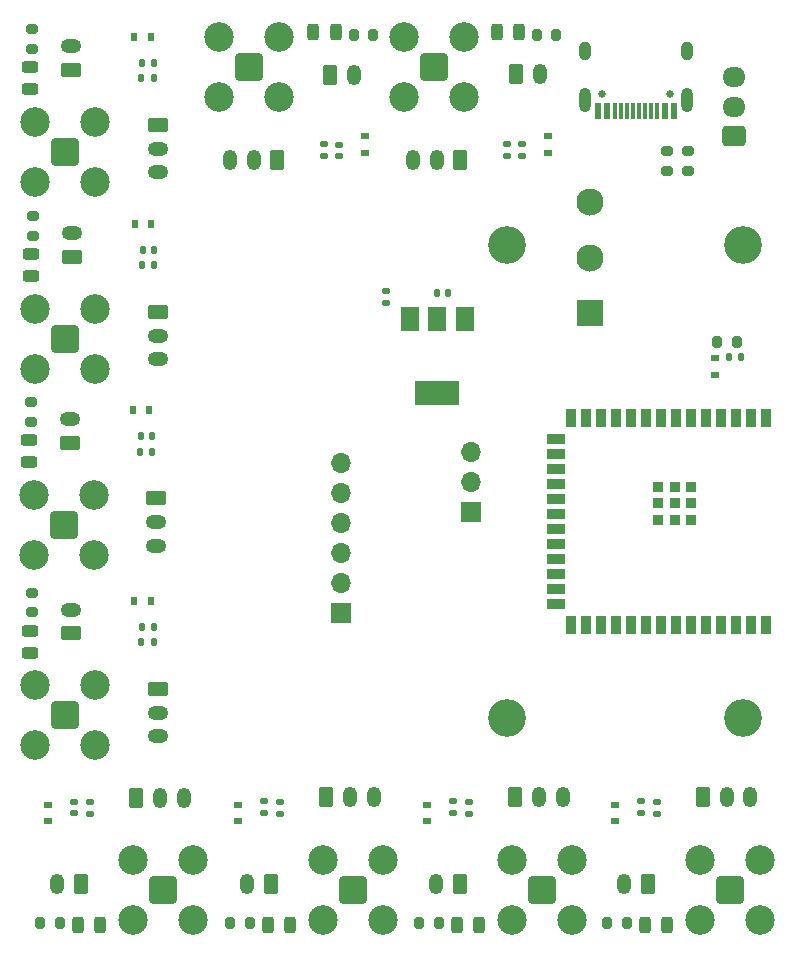
<source format=gts>
G04 #@! TF.GenerationSoftware,KiCad,Pcbnew,7.0.5-7.0.5~ubuntu22.04.1*
G04 #@! TF.CreationDate,2023-06-19T14:44:42+01:00*
G04 #@! TF.ProjectId,logic_board,6c6f6769-635f-4626-9f61-72642e6b6963,rev?*
G04 #@! TF.SameCoordinates,Original*
G04 #@! TF.FileFunction,Soldermask,Top*
G04 #@! TF.FilePolarity,Negative*
%FSLAX46Y46*%
G04 Gerber Fmt 4.6, Leading zero omitted, Abs format (unit mm)*
G04 Created by KiCad (PCBNEW 7.0.5-7.0.5~ubuntu22.04.1) date 2023-06-19 14:44:42*
%MOMM*%
%LPD*%
G01*
G04 APERTURE LIST*
G04 Aperture macros list*
%AMRoundRect*
0 Rectangle with rounded corners*
0 $1 Rounding radius*
0 $2 $3 $4 $5 $6 $7 $8 $9 X,Y pos of 4 corners*
0 Add a 4 corners polygon primitive as box body*
4,1,4,$2,$3,$4,$5,$6,$7,$8,$9,$2,$3,0*
0 Add four circle primitives for the rounded corners*
1,1,$1+$1,$2,$3*
1,1,$1+$1,$4,$5*
1,1,$1+$1,$6,$7*
1,1,$1+$1,$8,$9*
0 Add four rect primitives between the rounded corners*
20,1,$1+$1,$2,$3,$4,$5,0*
20,1,$1+$1,$4,$5,$6,$7,0*
20,1,$1+$1,$6,$7,$8,$9,0*
20,1,$1+$1,$8,$9,$2,$3,0*%
G04 Aperture macros list end*
%ADD10RoundRect,0.250000X0.350000X0.625000X-0.350000X0.625000X-0.350000X-0.625000X0.350000X-0.625000X0*%
%ADD11O,1.200000X1.750000*%
%ADD12RoundRect,0.250000X-0.625000X0.350000X-0.625000X-0.350000X0.625000X-0.350000X0.625000X0.350000X0*%
%ADD13O,1.750000X1.200000*%
%ADD14RoundRect,0.200000X-0.275000X0.200000X-0.275000X-0.200000X0.275000X-0.200000X0.275000X0.200000X0*%
%ADD15RoundRect,0.135000X0.185000X-0.135000X0.185000X0.135000X-0.185000X0.135000X-0.185000X-0.135000X0*%
%ADD16RoundRect,0.243750X0.456250X-0.243750X0.456250X0.243750X-0.456250X0.243750X-0.456250X-0.243750X0*%
%ADD17R,0.700000X0.600000*%
%ADD18RoundRect,0.200100X0.949900X0.949900X-0.949900X0.949900X-0.949900X-0.949900X0.949900X-0.949900X0*%
%ADD19C,2.500000*%
%ADD20RoundRect,0.200100X-0.949900X-0.949900X0.949900X-0.949900X0.949900X0.949900X-0.949900X0.949900X0*%
%ADD21RoundRect,0.135000X-0.135000X-0.185000X0.135000X-0.185000X0.135000X0.185000X-0.135000X0.185000X0*%
%ADD22RoundRect,0.200000X-0.200000X-0.275000X0.200000X-0.275000X0.200000X0.275000X-0.200000X0.275000X0*%
%ADD23RoundRect,0.200000X0.200000X0.275000X-0.200000X0.275000X-0.200000X-0.275000X0.200000X-0.275000X0*%
%ADD24RoundRect,0.243750X0.243750X0.456250X-0.243750X0.456250X-0.243750X-0.456250X0.243750X-0.456250X0*%
%ADD25RoundRect,0.250000X0.725000X-0.600000X0.725000X0.600000X-0.725000X0.600000X-0.725000X-0.600000X0*%
%ADD26O,1.950000X1.700000*%
%ADD27RoundRect,0.135000X-0.185000X0.135000X-0.185000X-0.135000X0.185000X-0.135000X0.185000X0.135000X0*%
%ADD28RoundRect,0.140000X-0.140000X-0.170000X0.140000X-0.170000X0.140000X0.170000X-0.140000X0.170000X0*%
%ADD29R,0.600000X0.700000*%
%ADD30RoundRect,0.250000X-0.350000X-0.625000X0.350000X-0.625000X0.350000X0.625000X-0.350000X0.625000X0*%
%ADD31RoundRect,0.243750X-0.243750X-0.456250X0.243750X-0.456250X0.243750X0.456250X-0.243750X0.456250X0*%
%ADD32C,3.200000*%
%ADD33RoundRect,0.200100X0.949900X-0.949900X0.949900X0.949900X-0.949900X0.949900X-0.949900X-0.949900X0*%
%ADD34R,1.700000X1.700000*%
%ADD35O,1.700000X1.700000*%
%ADD36R,1.500000X2.000000*%
%ADD37R,3.800000X2.000000*%
%ADD38RoundRect,0.140000X0.170000X-0.140000X0.170000X0.140000X-0.170000X0.140000X-0.170000X-0.140000X0*%
%ADD39RoundRect,0.250000X0.625000X-0.350000X0.625000X0.350000X-0.625000X0.350000X-0.625000X-0.350000X0*%
%ADD40RoundRect,0.140000X-0.170000X0.140000X-0.170000X-0.140000X0.170000X-0.140000X0.170000X0.140000X0*%
%ADD41C,0.650000*%
%ADD42R,0.600000X1.450000*%
%ADD43R,0.300000X1.450000*%
%ADD44O,1.000000X2.100000*%
%ADD45O,1.000000X1.600000*%
%ADD46R,0.900000X1.500000*%
%ADD47R,1.500000X0.900000*%
%ADD48R,0.900000X0.900000*%
%ADD49R,2.300000X2.300000*%
%ADD50C,2.300000*%
G04 APERTURE END LIST*
D10*
G04 #@! TO.C,J30*
X94237148Y-128040000D03*
D11*
X92237148Y-128040000D03*
G04 #@! TD*
D12*
G04 #@! TO.C,J13*
X84547148Y-95410000D03*
D13*
X84547148Y-97410000D03*
X84547148Y-99410000D03*
G04 #@! TD*
D14*
G04 #@! TO.C,R7*
X74047148Y-103425000D03*
X74047148Y-105075000D03*
G04 #@! TD*
G04 #@! TO.C,R21*
X73947148Y-87285000D03*
X73947148Y-88935000D03*
G04 #@! TD*
D15*
G04 #@! TO.C,R16*
X94987148Y-122110000D03*
X94987148Y-121090000D03*
G04 #@! TD*
D16*
G04 #@! TO.C,D9*
X73897148Y-76587500D03*
X73897148Y-74712500D03*
G04 #@! TD*
D17*
G04 #@! TO.C,D1*
X131837148Y-84950000D03*
X131837148Y-83550000D03*
G04 #@! TD*
D15*
G04 #@! TO.C,R24*
X126887148Y-122110000D03*
X126887148Y-121090000D03*
G04 #@! TD*
D18*
G04 #@! TO.C,J15*
X85077148Y-128610000D03*
D19*
X87617148Y-131150000D03*
X87617148Y-126070000D03*
X82537148Y-131150000D03*
X82537148Y-126070000D03*
G04 #@! TD*
D20*
G04 #@! TO.C,J21*
X108037148Y-58890000D03*
D19*
X105497148Y-56350000D03*
X105497148Y-61430000D03*
X110577148Y-56350000D03*
X110577148Y-61430000D03*
G04 #@! TD*
D21*
G04 #@! TO.C,R14*
X83277148Y-59860000D03*
X84297148Y-59860000D03*
G04 #@! TD*
D22*
G04 #@! TO.C,R5*
X74712148Y-131350000D03*
X76362148Y-131350000D03*
G04 #@! TD*
D23*
G04 #@! TO.C,R11*
X102902148Y-56160000D03*
X101252148Y-56160000D03*
G04 #@! TD*
D21*
G04 #@! TO.C,R20*
X83327148Y-75700000D03*
X84347148Y-75700000D03*
G04 #@! TD*
D10*
G04 #@! TO.C,J27*
X110237148Y-128040000D03*
D11*
X108237148Y-128040000D03*
G04 #@! TD*
D10*
G04 #@! TO.C,J8*
X94777148Y-66760000D03*
D11*
X92777148Y-66760000D03*
X90777148Y-66760000D03*
G04 #@! TD*
D16*
G04 #@! TO.C,D10*
X73747148Y-92347500D03*
X73747148Y-90472500D03*
G04 #@! TD*
D17*
G04 #@! TO.C,D15*
X102227148Y-64759999D03*
X102227148Y-66159999D03*
G04 #@! TD*
D24*
G04 #@! TO.C,D4*
X111874648Y-131540000D03*
X109999648Y-131540000D03*
G04 #@! TD*
D25*
G04 #@! TO.C,J3*
X133450000Y-64750000D03*
D26*
X133450000Y-62250000D03*
X133450000Y-59750000D03*
G04 #@! TD*
D24*
G04 #@! TO.C,D11*
X127774648Y-131540000D03*
X125899648Y-131540000D03*
G04 #@! TD*
D17*
G04 #@! TO.C,D21*
X123387148Y-122740000D03*
X123387148Y-121340000D03*
G04 #@! TD*
D27*
G04 #@! TO.C,R18*
X114227148Y-65379999D03*
X114227148Y-66399999D03*
G04 #@! TD*
D28*
G04 #@! TO.C,C9*
X83347148Y-58560000D03*
X84307148Y-58560000D03*
G04 #@! TD*
D21*
G04 #@! TO.C,R8*
X83277148Y-107600000D03*
X84297148Y-107600000D03*
G04 #@! TD*
D14*
G04 #@! TO.C,R3*
X127741148Y-66009000D03*
X127741148Y-67659000D03*
G04 #@! TD*
D29*
G04 #@! TO.C,D20*
X82547147Y-87960000D03*
X83947147Y-87960000D03*
G04 #@! TD*
D23*
G04 #@! TO.C,R17*
X118402148Y-56150000D03*
X116752148Y-56150000D03*
G04 #@! TD*
D30*
G04 #@! TO.C,J7*
X114937148Y-120740000D03*
D11*
X116937148Y-120740000D03*
X118937148Y-120740000D03*
G04 #@! TD*
D10*
G04 #@! TO.C,J25*
X78137148Y-128050000D03*
D11*
X76137148Y-128050000D03*
G04 #@! TD*
D29*
G04 #@! TO.C,D19*
X82697147Y-72200000D03*
X84097147Y-72200000D03*
G04 #@! TD*
G04 #@! TO.C,D13*
X82647147Y-104100000D03*
X84047147Y-104100000D03*
G04 #@! TD*
D30*
G04 #@! TO.C,J28*
X99237148Y-59550000D03*
D11*
X101237148Y-59550000D03*
G04 #@! TD*
D18*
G04 #@! TO.C,J20*
X101177148Y-128600000D03*
D19*
X103717148Y-131140000D03*
X103717148Y-126060000D03*
X98637148Y-131140000D03*
X98637148Y-126060000D03*
G04 #@! TD*
D29*
G04 #@! TO.C,D16*
X82647147Y-56360000D03*
X84047147Y-56360000D03*
G04 #@! TD*
D15*
G04 #@! TO.C,R6*
X78887148Y-122120000D03*
X78887148Y-121100000D03*
G04 #@! TD*
D23*
G04 #@! TO.C,R4*
X133662148Y-82150000D03*
X132012148Y-82150000D03*
G04 #@! TD*
D28*
G04 #@! TO.C,C6*
X83347148Y-106300000D03*
X84307148Y-106300000D03*
G04 #@! TD*
D31*
G04 #@! TO.C,D8*
X113339648Y-55950000D03*
X115214648Y-55950000D03*
G04 #@! TD*
D18*
G04 #@! TO.C,J24*
X133077148Y-128600000D03*
D19*
X135617148Y-131140000D03*
X135617148Y-126060000D03*
X130537148Y-131140000D03*
X130537148Y-126060000D03*
G04 #@! TD*
D10*
G04 #@! TO.C,J34*
X126137148Y-128040000D03*
D11*
X124137148Y-128040000D03*
G04 #@! TD*
D12*
G04 #@! TO.C,J6*
X84647148Y-111550000D03*
D13*
X84647148Y-113550000D03*
X84647148Y-115550000D03*
G04 #@! TD*
D20*
G04 #@! TO.C,J18*
X92337148Y-58900000D03*
D19*
X89797148Y-56360000D03*
X89797148Y-61440000D03*
X94877148Y-56360000D03*
X94877148Y-61440000D03*
G04 #@! TD*
D32*
G04 #@! TO.C,H4*
X114199999Y-114000001D03*
G04 #@! TD*
D14*
G04 #@! TO.C,R2*
X129519148Y-66009000D03*
X129519148Y-67659000D03*
G04 #@! TD*
D28*
G04 #@! TO.C,C4*
X108257148Y-78050000D03*
X109217148Y-78050000D03*
G04 #@! TD*
D27*
G04 #@! TO.C,R12*
X98727148Y-65389999D03*
X98727148Y-66409999D03*
G04 #@! TD*
D33*
G04 #@! TO.C,J16*
X76787148Y-113790000D03*
D19*
X74247148Y-116330000D03*
X79327148Y-116330000D03*
X74247148Y-111250000D03*
X79327148Y-111250000D03*
G04 #@! TD*
D34*
G04 #@! TO.C,J2*
X100137148Y-105150000D03*
D35*
X100137148Y-102610000D03*
X100137148Y-100070000D03*
X100137148Y-97530000D03*
X100137148Y-94990000D03*
X100137148Y-92450000D03*
G04 #@! TD*
D36*
G04 #@! TO.C,U2*
X110637148Y-80200000D03*
X108337148Y-80200000D03*
D37*
X108337148Y-86500000D03*
D36*
X106037148Y-80200000D03*
G04 #@! TD*
D31*
G04 #@! TO.C,D5*
X97839648Y-55960000D03*
X99714648Y-55960000D03*
G04 #@! TD*
D32*
G04 #@! TO.C,H1*
X134200000Y-74000000D03*
G04 #@! TD*
D17*
G04 #@! TO.C,D14*
X107487148Y-122740000D03*
X107487148Y-121340000D03*
G04 #@! TD*
D38*
G04 #@! TO.C,C2*
X103937148Y-78855000D03*
X103937148Y-77895000D03*
G04 #@! TD*
D12*
G04 #@! TO.C,J12*
X84697148Y-79650000D03*
D13*
X84697148Y-81650000D03*
X84697148Y-83650000D03*
G04 #@! TD*
D17*
G04 #@! TO.C,D12*
X75387148Y-122750000D03*
X75387148Y-121350000D03*
G04 #@! TD*
D24*
G04 #@! TO.C,D7*
X95874648Y-131540000D03*
X93999648Y-131540000D03*
G04 #@! TD*
D38*
G04 #@! TO.C,C7*
X109687148Y-122040000D03*
X109687148Y-121080000D03*
G04 #@! TD*
D34*
G04 #@! TO.C,J1*
X111200000Y-96540000D03*
D35*
X111200000Y-94000000D03*
X111200000Y-91460000D03*
G04 #@! TD*
D22*
G04 #@! TO.C,R23*
X122712148Y-131340000D03*
X124362148Y-131340000D03*
G04 #@! TD*
D14*
G04 #@! TO.C,R19*
X74097148Y-71525000D03*
X74097148Y-73175000D03*
G04 #@! TD*
D17*
G04 #@! TO.C,D17*
X91487148Y-122740000D03*
X91487148Y-121340000D03*
G04 #@! TD*
D30*
G04 #@! TO.C,J10*
X98937148Y-120740000D03*
D11*
X100937148Y-120740000D03*
X102937148Y-120740000D03*
G04 #@! TD*
D39*
G04 #@! TO.C,J26*
X77347147Y-106850000D03*
D13*
X77347147Y-104850000D03*
G04 #@! TD*
D10*
G04 #@! TO.C,J11*
X110277148Y-66750000D03*
D11*
X108277148Y-66750000D03*
X106277148Y-66750000D03*
G04 #@! TD*
D12*
G04 #@! TO.C,J9*
X84647148Y-63810000D03*
D13*
X84647148Y-65810000D03*
X84647148Y-67810000D03*
G04 #@! TD*
D30*
G04 #@! TO.C,J31*
X114977148Y-59449999D03*
D11*
X116977148Y-59449999D03*
G04 #@! TD*
D39*
G04 #@! TO.C,J32*
X77397147Y-74950000D03*
D13*
X77397147Y-72950000D03*
G04 #@! TD*
D21*
G04 #@! TO.C,R22*
X83177148Y-91460000D03*
X84197148Y-91460000D03*
G04 #@! TD*
D14*
G04 #@! TO.C,R13*
X74047148Y-55685000D03*
X74047148Y-57335000D03*
G04 #@! TD*
D22*
G04 #@! TO.C,R9*
X106812148Y-131340000D03*
X108462148Y-131340000D03*
G04 #@! TD*
D39*
G04 #@! TO.C,J33*
X77247147Y-90710000D03*
D13*
X77247147Y-88710000D03*
G04 #@! TD*
D38*
G04 #@! TO.C,C5*
X77587148Y-122050000D03*
X77587148Y-121090000D03*
G04 #@! TD*
D40*
G04 #@! TO.C,C8*
X100027148Y-65459999D03*
X100027148Y-66419999D03*
G04 #@! TD*
G04 #@! TO.C,C11*
X115527148Y-65449999D03*
X115527148Y-66409999D03*
G04 #@! TD*
D24*
G04 #@! TO.C,D2*
X79774648Y-131550000D03*
X77899648Y-131550000D03*
G04 #@! TD*
D30*
G04 #@! TO.C,J14*
X130837148Y-120740000D03*
D11*
X132837148Y-120740000D03*
X134837148Y-120740000D03*
G04 #@! TD*
D33*
G04 #@! TO.C,J22*
X76837148Y-81890000D03*
D19*
X74297148Y-84430000D03*
X79377148Y-84430000D03*
X74297148Y-79350000D03*
X79377148Y-79350000D03*
G04 #@! TD*
D38*
G04 #@! TO.C,C10*
X93687148Y-122040000D03*
X93687148Y-121080000D03*
G04 #@! TD*
D33*
G04 #@! TO.C,J23*
X76687148Y-97650000D03*
D19*
X74147148Y-100190000D03*
X79227148Y-100190000D03*
X74147148Y-95110000D03*
X79227148Y-95110000D03*
G04 #@! TD*
D22*
G04 #@! TO.C,R15*
X90812148Y-131340000D03*
X92462148Y-131340000D03*
G04 #@! TD*
D21*
G04 #@! TO.C,R1*
X133037148Y-83450000D03*
X134057148Y-83450000D03*
G04 #@! TD*
D16*
G04 #@! TO.C,D6*
X73847148Y-60747500D03*
X73847148Y-58872500D03*
G04 #@! TD*
D32*
G04 #@! TO.C,H3*
X134200000Y-114000000D03*
G04 #@! TD*
D38*
G04 #@! TO.C,C14*
X125587148Y-122040000D03*
X125587148Y-121080000D03*
G04 #@! TD*
D39*
G04 #@! TO.C,J29*
X77347147Y-59110000D03*
D13*
X77347147Y-57110000D03*
G04 #@! TD*
D41*
G04 #@! TO.C,J4*
X128027148Y-61150000D03*
X122247148Y-61150000D03*
D42*
X128387148Y-62595000D03*
X127587148Y-62595000D03*
D43*
X126387148Y-62595000D03*
X125387148Y-62595000D03*
X124887148Y-62595000D03*
X123887148Y-62595000D03*
D42*
X122687148Y-62595000D03*
X121887148Y-62595000D03*
X121887148Y-62595000D03*
X122687148Y-62595000D03*
D43*
X123387148Y-62595000D03*
X124387148Y-62595000D03*
X125887148Y-62595000D03*
X126887148Y-62595000D03*
D42*
X127587148Y-62595000D03*
X128387148Y-62595000D03*
D44*
X129457148Y-61680000D03*
D45*
X129457148Y-57500000D03*
D44*
X120817148Y-61680000D03*
D45*
X120817148Y-57500000D03*
G04 #@! TD*
D16*
G04 #@! TO.C,D3*
X73847148Y-108487500D03*
X73847148Y-106612500D03*
G04 #@! TD*
D17*
G04 #@! TO.C,D18*
X117727148Y-64749999D03*
X117727148Y-66149999D03*
G04 #@! TD*
D30*
G04 #@! TO.C,J5*
X82837148Y-120750000D03*
D11*
X84837148Y-120750000D03*
X86837148Y-120750000D03*
G04 #@! TD*
D15*
G04 #@! TO.C,R10*
X110987148Y-122110000D03*
X110987148Y-121090000D03*
G04 #@! TD*
D33*
G04 #@! TO.C,J19*
X76787148Y-66050000D03*
D19*
X74247148Y-68590000D03*
X79327148Y-68590000D03*
X74247148Y-63510000D03*
X79327148Y-63510000D03*
G04 #@! TD*
D46*
G04 #@! TO.C,U1*
X136157148Y-88600000D03*
X134887148Y-88600000D03*
X133617148Y-88600000D03*
X132347148Y-88600000D03*
X131077148Y-88600000D03*
X129807148Y-88600000D03*
X128537148Y-88600000D03*
X127267148Y-88600000D03*
X125997148Y-88600000D03*
X124727148Y-88600000D03*
X123457148Y-88600000D03*
X122187148Y-88600000D03*
X120917148Y-88600000D03*
X119647148Y-88600000D03*
D47*
X118397148Y-90365000D03*
X118397148Y-91635000D03*
X118397148Y-92905000D03*
X118397148Y-94175000D03*
X118397148Y-95445000D03*
X118397148Y-96715000D03*
X118397148Y-97985000D03*
X118397148Y-99255000D03*
X118397148Y-100525000D03*
X118397148Y-101795000D03*
X118397148Y-103065000D03*
X118397148Y-104335000D03*
D46*
X119647148Y-106100000D03*
X120917148Y-106100000D03*
X122187148Y-106100000D03*
X123457148Y-106100000D03*
X124727148Y-106100000D03*
X125997148Y-106100000D03*
X127267148Y-106100000D03*
X128537148Y-106100000D03*
X129807148Y-106100000D03*
X131077148Y-106100000D03*
X132347148Y-106100000D03*
X133617148Y-106100000D03*
X134887148Y-106100000D03*
X136157148Y-106100000D03*
D48*
X129837148Y-94450000D03*
X128437148Y-94450000D03*
X127037148Y-94450000D03*
X127037148Y-94450000D03*
X129837148Y-95850000D03*
X129837148Y-95850000D03*
X128437148Y-95850000D03*
X127037148Y-95850000D03*
X129837148Y-97250000D03*
X128437148Y-97250000D03*
X127037148Y-97250000D03*
G04 #@! TD*
D28*
G04 #@! TO.C,C12*
X83397148Y-74400000D03*
X84357148Y-74400000D03*
G04 #@! TD*
G04 #@! TO.C,C13*
X83247148Y-90160000D03*
X84207148Y-90160000D03*
G04 #@! TD*
D18*
G04 #@! TO.C,J17*
X117177148Y-128600000D03*
D19*
X119717148Y-131140000D03*
X119717148Y-126060000D03*
X114637148Y-131140000D03*
X114637148Y-126060000D03*
G04 #@! TD*
D49*
G04 #@! TO.C,SW1*
X121237148Y-79750000D03*
D50*
X121237148Y-75050000D03*
X121237148Y-70350000D03*
G04 #@! TD*
D32*
G04 #@! TO.C,H2*
X114200000Y-74000000D03*
G04 #@! TD*
M02*

</source>
